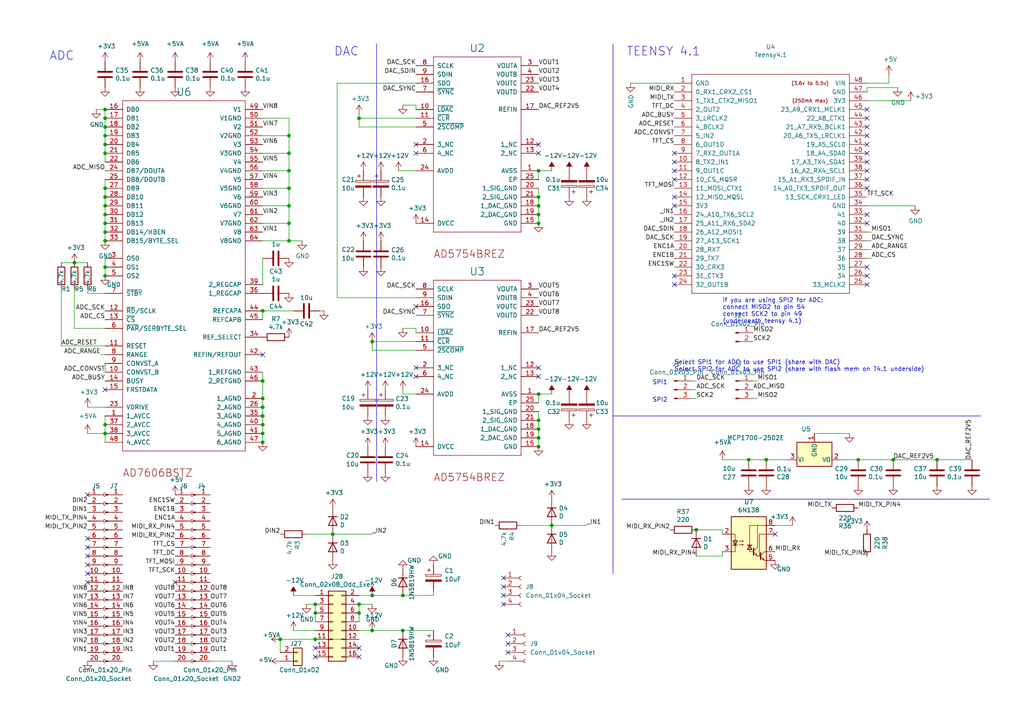
<source format=kicad_sch>
(kicad_sch (version 20230121) (generator eeschema)
  (paper "A4")
  (title_block (title "Teensy-eurorack lite") (rev "v0.1") (company "Moolet"))
  (junction (at 104.14 175.26))
  (junction (at 30.48 77.47))
  (junction (at 107.95 99.06))
  (junction (at 91.44 185.42))
  (junction (at 76.2 123.19))
  (junction (at 30.48 54.61))
  (junction (at 30.48 125.73))
  (junction (at 217.17 133.35))
  (junction (at 30.48 36.83))
  (junction (at 30.48 41.91))
  (junction (at 30.48 59.69))
  (junction (at 30.48 57.15))
  (junction (at 156.21 124.46))
  (junction (at 83.82 54.61))
  (junction (at 96.52 154.94))
  (junction (at 76.2 110.49))
  (junction (at 30.48 69.85))
  (junction (at 30.48 123.19))
  (junction (at 222.25 133.35))
  (junction (at 156.21 114.3))
  (junction (at 76.2 118.11))
  (junction (at 30.48 31.75))
  (junction (at 83.82 49.53))
  (junction (at 156.21 57.15))
  (junction (at 160.02 152.4))
  (junction (at 30.48 39.37))
  (junction (at 76.2 128.27))
  (junction (at 271.78 133.35))
  (junction (at 30.48 67.31))
  (junction (at 21.59 76.2))
  (junction (at 156.21 62.23))
  (junction (at -44.45 238.76))
  (junction (at 76.2 90.17))
  (junction (at 107.95 172.72))
  (junction (at 116.84 172.72))
  (junction (at 259.08 133.35))
  (junction (at 76.2 120.65))
  (junction (at 76.2 125.73))
  (junction (at 83.82 39.37))
  (junction (at 156.21 49.53))
  (junction (at 156.21 59.69))
  (junction (at 156.21 127))
  (junction (at 81.28 185.42))
  (junction (at 156.21 64.77))
  (junction (at 107.95 182.88))
  (junction (at 91.44 177.8))
  (junction (at 83.82 44.45))
  (junction (at 104.14 177.8))
  (junction (at 156.21 129.54))
  (junction (at 30.48 62.23))
  (junction (at 248.92 133.35))
  (junction (at 83.82 69.85))
  (junction (at 30.48 34.29))
  (junction (at 30.48 64.77))
  (junction (at 30.48 80.01))
  (junction (at 83.82 64.77))
  (junction (at 156.21 121.92))
  (junction (at 76.2 115.57))
  (junction (at 104.14 34.29))
  (junction (at 30.48 44.45))
  (junction (at 91.44 175.26))
  (junction (at 201.93 153.67))
  (junction (at 83.82 59.69))
  (junction (at 116.84 182.88))
  (no_connect (at 146.05 175.26))
  (no_connect (at 120.65 109.22))
  (no_connect (at 25.4 156.21))
  (no_connect (at 251.46 39.37))
  (no_connect (at 120.65 88.9))
  (no_connect (at 251.46 34.29))
  (no_connect (at 195.58 82.55))
  (no_connect (at -17.78 279.4))
  (no_connect (at 91.44 187.96))
  (no_connect (at 156.21 41.91))
  (no_connect (at 251.46 80.01))
  (no_connect (at 251.46 36.83))
  (no_connect (at 156.21 109.22))
  (no_connect (at 251.46 64.77))
  (no_connect (at 120.65 44.45))
  (no_connect (at 224.79 154.94))
  (no_connect (at 251.46 31.75))
  (no_connect (at 195.58 46.99))
  (no_connect (at 147.32 184.15))
  (no_connect (at 251.46 54.61))
  (no_connect (at -17.78 185.42))
  (no_connect (at 251.46 52.07))
  (no_connect (at 251.46 82.55))
  (no_connect (at 146.05 172.72))
  (no_connect (at 91.44 190.5))
  (no_connect (at 76.2 102.87))
  (no_connect (at -44.45 279.4))
  (no_connect (at 120.65 106.68))
  (no_connect (at 25.4 166.37))
  (no_connect (at 251.46 44.45))
  (no_connect (at 195.58 52.07))
  (no_connect (at 104.14 190.5))
  (no_connect (at 25.4 163.83))
  (no_connect (at -17.78 302.26))
  (no_connect (at -17.78 209.55))
  (no_connect (at 195.58 57.15))
  (no_connect (at 195.58 44.45))
  (no_connect (at 120.65 41.91))
  (no_connect (at -17.78 161.29))
  (no_connect (at 251.46 49.53))
  (no_connect (at 147.32 189.23))
  (no_connect (at 30.48 113.03))
  (no_connect (at -44.45 233.68))
  (no_connect (at 146.05 167.64))
  (no_connect (at 195.58 49.53))
  (no_connect (at 50.8 168.91))
  (no_connect (at 25.4 158.75))
  (no_connect (at -44.45 256.54))
  (no_connect (at 25.4 143.51))
  (no_connect (at 156.21 106.68))
  (no_connect (at 195.58 80.01))
  (no_connect (at -44.45 161.29))
  (no_connect (at 251.46 62.23))
  (no_connect (at 251.46 77.47))
  (no_connect (at 251.46 46.99))
  (no_connect (at 104.14 187.96))
  (no_connect (at -17.78 326.39))
  (no_connect (at -44.45 185.42))
  (no_connect (at -17.78 256.54))
  (no_connect (at -44.45 209.55))
  (no_connect (at 251.46 41.91))
  (no_connect (at 25.4 161.29))
  (no_connect (at -17.78 233.68))
  (no_connect (at 146.05 170.18))
  (no_connect (at 156.21 44.45))
  (no_connect (at -44.45 326.39))
  (no_connect (at 25.4 168.91))
  (no_connect (at -44.45 302.26))
  (no_connect (at 195.58 59.69))
  (no_connect (at 147.32 186.69))
  (wire (pts (xy 107.95 175.26) (xy 104.14 175.26)))
  (wire (pts (xy 104.14 34.29) (xy 104.14 36.83)))
  (wire (pts (xy 120.65 95.25) (xy 120.65 96.52)))
  (wire (pts (xy 76.2 34.29) (xy 83.82 34.29)))
  (wire (pts (xy 259.08 133.35) (xy 271.78 133.35)))
  (wire (pts (xy 30.48 31.75) (xy 30.48 34.29)))
  (wire (pts (xy 83.82 44.45) (xy 83.82 49.53)))
  (wire (pts (xy 107.95 101.6) (xy 107.95 99.06)))
  (wire (pts (xy 81.28 185.42) (xy 81.28 189.23)))
  (wire (pts (xy 251.46 69.85) (xy 252.73 69.85)))
  (wire (pts (xy 76.2 118.11) (xy 76.2 120.65)))
  (wire (pts (xy 120.65 34.29) (xy 104.14 34.29)))
  (wire (pts (xy 76.2 49.53) (xy 83.82 49.53)))
  (wire (pts (xy 60.96 191.77) (xy 67.31 191.77)))
  (wire (pts (xy 85.09 182.88) (xy 91.44 182.88)))
  (wire (pts (xy 147.32 191.77) (xy 144.78 191.77)))
  (wire (pts (xy 156.21 62.23) (xy 156.21 64.77)))
  (wire (pts (xy 30.48 44.45) (xy 30.48 46.99)))
  (wire (pts (xy 30.48 67.31) (xy 30.48 69.85)))
  (wire (pts (xy 76.2 90.17) (xy 85.09 90.17)))
  (wire (pts (xy 107.95 182.88) (xy 116.84 182.88)))
  (wire (pts (xy 116.84 30.48) (xy 120.65 30.48)))
  (wire (pts (xy 201.93 161.29) (xy 209.55 161.29)))
  (polyline (pts (xy 201.93 242.57) (xy 203.2 242.57)))
  (wire (pts (xy 97.79 86.36) (xy 120.65 86.36)))
  (wire (pts (xy 92.71 90.17) (xy 93.98 90.17)))
  (wire (pts (xy 209.55 154.94) (xy 209.55 153.67)))
  (wire (pts (xy 83.82 54.61) (xy 83.82 59.69)))
  (wire (pts (xy 76.2 123.19) (xy 76.2 125.73)))
  (wire (pts (xy 25.4 118.11) (xy 30.48 118.11)))
  (wire (pts (xy 257.81 24.13) (xy 257.81 21.59)))
  (wire (pts (xy 116.84 113.03) (xy 116.84 114.3)))
  (polyline (pts (xy 109.22 139.7) (xy 109.22 12.7)))
  (wire (pts (xy 81.28 185.42) (xy 91.44 185.42)))
  (wire (pts (xy 156.21 57.15) (xy 156.21 59.69)))
  (wire (pts (xy 182.88 24.13) (xy 195.58 24.13)))
  (wire (pts (xy 76.2 39.37) (xy 83.82 39.37)))
  (wire (pts (xy 76.2 54.61) (xy 83.82 54.61)))
  (wire (pts (xy 115.57 49.53) (xy 120.65 49.53)))
  (wire (pts (xy 200.66 115.57) (xy 201.93 115.57)))
  (wire (pts (xy 21.59 95.25) (xy 30.48 95.25)))
  (wire (pts (xy 156.21 119.38) (xy 156.21 121.92)))
  (wire (pts (xy 83.82 69.85) (xy 87.63 69.85)))
  (wire (pts (xy 156.21 121.92) (xy 156.21 124.46)))
  (wire (pts (xy 120.65 30.48) (xy 120.65 31.75)))
  (wire (pts (xy 156.21 54.61) (xy 156.21 57.15)))
  (wire (pts (xy 251.46 74.93) (xy 252.73 74.93)))
  (wire (pts (xy 25.4 85.09) (xy 30.48 85.09)))
  (wire (pts (xy 17.78 76.2) (xy 21.59 76.2)))
  (wire (pts (xy 156.21 127) (xy 156.21 129.54)))
  (wire (pts (xy 76.2 107.95) (xy 76.2 110.49)))
  (wire (pts (xy 76.2 120.65) (xy 76.2 123.19)))
  (wire (pts (xy 200.66 113.03) (xy 201.93 113.03)))
  (wire (pts (xy 251.46 29.21) (xy 264.16 29.21)))
  (wire (pts (xy 25.4 125.73) (xy 30.48 125.73)))
  (wire (pts (xy 30.48 105.41) (xy 30.48 107.95)))
  (wire (pts (xy 91.44 180.34) (xy 91.44 177.8)))
  (wire (pts (xy 83.82 59.69) (xy 83.82 64.77)))
  (wire (pts (xy 30.48 120.65) (xy 30.48 123.19)))
  (wire (pts (xy 91.44 177.8) (xy 91.44 175.26)))
  (wire (pts (xy 251.46 25.4) (xy 260.35 25.4)))
  (wire (pts (xy 218.44 115.57) (xy 219.71 115.57)))
  (polyline (pts (xy 177.8 12.7) (xy 177.8 166.37)))
  (wire (pts (xy 209.55 133.35) (xy 217.17 133.35)))
  (wire (pts (xy 222.25 133.35) (xy 217.17 133.35)))
  (wire (pts (xy 228.6 133.35) (xy 222.25 133.35)))
  (wire (pts (xy 116.84 114.3) (xy 120.65 114.3)))
  (wire (pts (xy 30.48 41.91) (xy 30.48 44.45)))
  (wire (pts (xy 25.4 76.2) (xy 21.59 76.2)))
  (wire (pts (xy 251.46 24.13) (xy 257.81 24.13)))
  (wire (pts (xy 29.21 102.87) (xy 30.48 102.87)))
  (wire (pts (xy 156.21 124.46) (xy 156.21 127)))
  (wire (pts (xy 151.13 152.4) (xy 160.02 152.4)))
  (wire (pts (xy 44.45 191.77) (xy 50.8 191.77)))
  (polyline (pts (xy 505.46 -8.89) (xy 505.46 143.51)))
  (wire (pts (xy 76.2 92.71) (xy 76.2 90.17)))
  (wire (pts (xy 76.2 110.49) (xy 76.2 115.57)))
  (wire (pts (xy 30.48 36.83) (xy 30.48 39.37)))
  (wire (pts (xy 156.21 52.07) (xy 156.21 49.53)))
  (wire (pts (xy 125.73 171.45) (xy 125.73 172.72)))
  (polyline (pts (xy 505.46 67.31) (xy 605.79 67.31)))
  (wire (pts (xy 104.14 36.83) (xy 120.65 36.83)))
  (wire (pts (xy 209.55 153.67) (xy 201.93 153.67)))
  (wire (pts (xy 83.82 64.77) (xy 83.82 69.85)))
  (wire (pts (xy 25.4 85.09) (xy 25.4 83.82)))
  (wire (pts (xy 259.08 133.35) (xy 248.92 133.35)))
  (wire (pts (xy 30.48 57.15) (xy 30.48 59.69)))
  (polyline (pts (xy 180.34 144.78) (xy 287.02 144.78)))
  (wire (pts (xy 116.84 95.25) (xy 120.65 95.25)))
  (wire (pts (xy 236.22 125.73) (xy 246.38 125.73)))
  (wire (pts (xy 83.82 39.37) (xy 83.82 44.45)))
  (wire (pts (xy 281.94 133.35) (xy 271.78 133.35)))
  (wire (pts (xy 156.21 114.3) (xy 160.02 114.3)))
  (wire (pts (xy 76.2 125.73) (xy 76.2 128.27)))
  (wire (pts (xy 107.95 99.06) (xy 120.65 99.06)))
  (wire (pts (xy 30.48 54.61) (xy 30.48 57.15)))
  (wire (pts (xy 156.21 116.84) (xy 156.21 114.3)))
  (wire (pts (xy 17.78 100.33) (xy 30.48 100.33)))
  (wire (pts (xy 27.94 31.75) (xy 30.48 31.75)))
  (wire (pts (xy 200.66 110.49) (xy 201.93 110.49)))
  (wire (pts (xy 91.44 185.42) (xy 104.14 185.42)))
  (wire (pts (xy 251.46 59.69) (xy 265.43 59.69)))
  (wire (pts (xy 88.9 154.94) (xy 96.52 154.94)))
  (wire (pts (xy 120.65 101.6) (xy 107.95 101.6)))
  (wire (pts (xy 30.48 52.07) (xy 30.48 54.61)))
  (wire (pts (xy 97.79 24.13) (xy 97.79 86.36)))
  (wire (pts (xy 160.02 152.4) (xy 170.18 152.4)))
  (wire (pts (xy 248.92 133.35) (xy 243.84 133.35)))
  (wire (pts (xy 83.82 69.85) (xy 76.2 69.85)))
  (wire (pts (xy 21.59 83.82) (xy 21.59 95.25)))
  (wire (pts (xy 30.48 59.69) (xy 30.48 62.23)))
  (wire (pts (xy 76.2 115.57) (xy 76.2 118.11)))
  (wire (pts (xy 76.2 59.69) (xy 83.82 59.69)))
  (wire (pts (xy 30.48 62.23) (xy 30.48 64.77)))
  (wire (pts (xy 76.2 44.45) (xy 83.82 44.45)))
  (wire (pts (xy 30.48 39.37) (xy 30.48 41.91)))
  (wire (pts (xy 218.44 110.49) (xy 219.71 110.49)))
  (polyline (pts (xy 177.8 120.65) (xy 284.48 120.65)))
  (wire (pts (xy 17.78 83.82) (xy 17.78 100.33)))
  (wire (pts (xy 85.09 172.72) (xy 91.44 172.72)))
  (wire (pts (xy 76.2 64.77) (xy 83.82 64.77)))
  (wire (pts (xy 104.14 33.02) (xy 104.14 34.29)))
  (wire (pts (xy 104.14 182.88) (xy 107.95 182.88)))
  (wire (pts (xy 224.79 152.4) (xy 229.87 152.4)))
  (wire (pts (xy 83.82 49.53) (xy 83.82 54.61)))
  (wire (pts (xy 104.14 172.72) (xy 107.95 172.72)))
  (wire (pts (xy 116.84 182.88) (xy 125.73 182.88)))
  (wire (pts (xy 251.46 72.39) (xy 252.73 72.39)))
  (wire (pts (xy 30.48 64.77) (xy 30.48 67.31)))
  (wire (pts (xy 120.65 24.13) (xy 97.79 24.13)))
  (wire (pts (xy 96.52 154.94) (xy 107.95 154.94)))
  (wire (pts (xy 30.48 34.29) (xy 30.48 36.83)))
  (wire (pts (xy 76.2 82.55) (xy 76.2 74.93)))
  (wire (pts (xy 156.21 49.53) (xy 160.02 49.53)))
  (wire (pts (xy 104.14 180.34) (xy 104.14 177.8)))
  (wire (pts (xy 30.48 74.93) (xy 30.48 77.47)))
  (wire (pts (xy 88.9 175.26) (xy 91.44 175.26)))
  (wire (pts (xy 30.48 123.19) (xy 30.48 125.73)))
  (wire (pts (xy 209.55 161.29) (xy 209.55 160.02)))
  (wire (pts (xy 30.48 77.47) (xy 30.48 80.01)))
  (wire (pts (xy 251.46 26.67) (xy 251.46 25.4)))
  (wire (pts (xy 156.21 59.69) (xy 156.21 62.23)))
  (wire (pts (xy 251.46 67.31) (xy 252.73 67.31)))
  (wire (pts (xy 107.95 172.72) (xy 116.84 172.72)))
  (polyline (pts (xy 472.44 408.94) (xy 473.71 408.94)))
  (wire (pts (xy 104.14 177.8) (xy 104.14 175.26)))
  (wire (pts (xy 116.84 172.72) (xy 125.73 172.72)))
  (wire (pts (xy 30.48 125.73) (xy 30.48 128.27)))
  (wire (pts (xy 83.82 34.29) (xy 83.82 39.37)))
  (text "ADC" (at 21.59 17.78 0) (effects (font (size 2.4892 2.4892)) (justify right bottom)))
  (text "DAC" (at 104.14 16.51 0) (effects (font (size 2.4892 2.4892)) (justify right bottom)))
  (text "SPI2" (at 189.23 116.84 0) (effects (font (size 1.2446 1.2446)) (justify left bottom)))
  (text "SPI1" (at 189.23 111.76 0) (effects (font (size 1.2446 1.2446)) (justify left bottom)))
  (text "if you are using SPI2 for ADC:\nconnect MISO2 to pin 54 \nconnect SCK2 to pin 49\n(underneath teensy 4.1)" (at 209.55 93.98 0) (effects (font (size 1.2446 1.2446)) (justify left bottom)))
  (text "Select SPI1 for ADC to use SPI1 (share with DAC)\nSelect SPI2 for ADC to use SPI2 (share with flash mem on T4.1 underside)" (at 195.58 107.95 0) (effects (font (size 1.2446 1.2446)) (justify left bottom)))
  (text "TEENSY 4.1" (at 203.2 16.51 0) (effects (font (size 2.4892 2.4892)) (justify right bottom)))
  (label "VOUT1" (at 50.8 189.23 180) (effects (font (size 1.2446 1.2446))))
  (label "ENC1B" (at 195.58 74.93 180) (effects (font (size 1.2446 1.2446))))
  (label "IN4" (at -44.45 236.22 0) (effects (font (size 1.2446 1.2446))))
  (label "SCK2" (at 218.44 99.06 0) (effects (font (size 1.2446 1.2446))))
  (label "OUT6" (at 60.96 176.53 0) (effects (font (size 1.2446 1.2446))))
  (label "ADC_CS" (at 252.73 74.93 0) (effects (font (size 1.2446 1.2446))))
  (label "IN7" (at -44.45 304.8 0) (effects (font (size 1.2446 1.2446))))
  (label "ADC_RANGE" (at 252.73 72.39 0) (effects (font (size 1.2446 1.2446))))
  (label "DIN1" (at 143.51 152.4 180) (effects (font (size 1.2446 1.2446))))
  (label "VIN4" (at 76.2 52.07 0))
  (label "IN5" (at -44.45 259.08 0) (effects (font (size 1.2446 1.2446))))
  (label "ADC_MISO" (at 218.44 113.03 0) (effects (font (size 1.2446 1.2446))))
  (label "IN7" (at 35.56 173.99 0) (effects (font (size 1.2446 1.2446))))
  (label "ADC_RESET" (at 17.78 100.33 0) (effects (font (size 1.2446 1.2446))))
  (label "OUT3" (at -17.78 212.09 0) (effects (font (size 1.2446 1.2446))))
  (label "DAC_SCK" (at 120.65 83.82 180))
  (label "ADC_CS" (at 30.48 92.71 180))
  (label "OUT7" (at 60.96 173.99 0) (effects (font (size 1.2446 1.2446))))
  (label "TFT_SCK" (at 50.8 166.37 180) (effects (font (size 1.2446 1.2446))))
  (label "MIDI_TX" (at 195.58 29.21 180) (effects (font (size 1.2446 1.2446))))
  (label "VIN7" (at 76.2 36.83 0))
  (label "VIN3" (at 76.2 57.15 0))
  (label "DIN1" (at 25.4 148.59 180) (effects (font (size 1.2446 1.2446))))
  (label "TFT_SCK" (at 251.46 57.15 0) (effects (font (size 1.2446 1.2446))))
  (label "ADC_CONVST" (at 30.48 107.95 180))
  (label "VOUT6" (at 50.8 176.53 180) (effects (font (size 1.2446 1.2446))))
  (label "MISO2" (at 219.71 115.57 0) (effects (font (size 1.2446 1.2446))))
  (label "VOUT3" (at 156.21 24.13 0))
  (label "ADC_MISO" (at 30.48 49.53 180))
  (label "ENC1SW" (at 195.58 77.47 180) (effects (font (size 1.2446 1.2446))))
  (label "VOUT1" (at 156.21 19.05 0))
  (label "DAC_SCK" (at 195.58 69.85 180) (effects (font (size 1.2446 1.2446))))
  (label "ENC1A" (at 50.8 151.13 180) (effects (font (size 1.2446 1.2446))))
  (label "IN2" (at -44.45 187.96 0) (effects (font (size 1.2446 1.2446))))
  (label "DAC_SYNC" (at 252.73 69.85 0) (effects (font (size 1.2446 1.2446))))
  (label "_IN1" (at 170.18 152.4 0) (effects (font (size 1.2446 1.2446))))
  (label "VIN7" (at 25.4 173.99 180) (effects (font (size 1.2446 1.2446))))
  (label "VIN3" (at 25.4 184.15 180) (effects (font (size 1.2446 1.2446))))
  (label "MISO1" (at 252.73 67.31 0) (effects (font (size 1.2446 1.2446))))
  (label "MIDI_TX_PIN2" (at 25.4 153.67 180) (effects (font (size 1.2446 1.2446))))
  (label "VOUT7" (at 50.8 173.99 180) (effects (font (size 1.2446 1.2446))))
  (label "ENC1B" (at 50.8 148.59 180) (effects (font (size 1.2446 1.2446))))
  (label "DAC_SYNC" (at 120.65 26.67 180))
  (label "ADC_RANGE" (at 29.21 102.87 180) (effects (font (size 1.2446 1.2446))))
  (label "DAC_SYNC" (at 120.65 91.44 180))
  (label "OUT8" (at -17.78 328.93 0) (effects (font (size 1.2446 1.2446))))
  (label "VIN1" (at 25.4 189.23 180) (effects (font (size 1.2446 1.2446))))
  (label "MIDI_RX" (at 224.79 160.02 0) (effects (font (size 1.2446 1.2446))))
  (label "ADC_BUSY" (at 30.48 110.49 180))
  (label "VOUT4" (at 50.8 181.61 180) (effects (font (size 1.2446 1.2446))))
  (label "IN8" (at 35.56 171.45 0) (effects (font (size 1.2446 1.2446))))
  (label "OUT3" (at 60.96 184.15 0) (effects (font (size 1.2446 1.2446))))
  (label "IN6" (at -44.45 281.94 0) (effects (font (size 1.2446 1.2446))))
  (label "MIDI_TX_PIN4" (at 25.4 151.13 180) (effects (font (size 1.2446 1.2446))))
  (label "IN1" (at -44.45 163.83 0) (effects (font (size 1.2446 1.2446))))
  (label "VOUT4" (at 156.21 26.67 0))
  (label "DIN2" (at 81.28 154.94 180) (effects (font (size 1.2446 1.2446))))
  (label "MIDI_RX" (at 195.58 26.67 180) (effects (font (size 1.2446 1.2446))))
  (label "SCK2" (at 201.93 115.57 0) (effects (font (size 1.2446 1.2446))))
  (label "IN2" (at 35.56 186.69 0) (effects (font (size 1.2446 1.2446))))
  (label "OUT2" (at 60.96 186.69 0) (effects (font (size 1.2446 1.2446))))
  (label "IN5" (at 35.56 179.07 0) (effects (font (size 1.2446 1.2446))))
  (label "_IN1" (at 195.58 62.23 180) (effects (font (size 1.2446 1.2446))))
  (label "OUT1" (at 60.96 189.23 0) (effects (font (size 1.2446 1.2446))))
  (label "OUT5" (at -17.78 259.08 0) (effects (font (size 1.2446 1.2446))))
  (label "VIN5" (at 76.2 46.99 0))
  (label "VOUT5" (at 50.8 179.07 180) (effects (font (size 1.2446 1.2446))))
  (label "MIDI_TX_PIN2" (at 251.46 161.29 180) (effects (font (size 1.2446 1.2446))))
  (label "TFT_MOSI" (at 50.8 163.83 180) (effects (font (size 1.2446 1.2446))))
  (label "TFT_DC" (at 50.8 161.29 180) (effects (font (size 1.2446 1.2446))))
  (label "VOUT7" (at 156.21 88.9 0))
  (label "OUT7" (at -17.78 304.8 0) (effects (font (size 1.2446 1.2446))))
  (label "DAC_SCK" (at 120.65 19.05 180))
  (label "OUT6" (at -17.78 281.94 0) (effects (font (size 1.2446 1.2446))))
  (label "VIN2" (at 76.2 62.23 0))
  (label "_IN2" (at 107.95 154.94 0) (effects (font (size 1.2446 1.2446))))
  (label "DAC_REF2V5" (at 156.21 31.75 0))
  (label "OUT8" (at 60.96 171.45 0) (effects (font (size 1.2446 1.2446))))
  (label "VIN8" (at 76.2 31.75 0))
  (label "MIDI_TX_PIN4" (at 248.92 147.32 0) (effects (font (size 1.2446 1.2446))))
  (label "MISO2" (at 218.44 96.52 0) (effects (font (size 1.2446 1.2446))))
  (label "MIDI_RX_PIN4" (at 50.8 153.67 180) (effects (font (size 1.2446 1.2446))))
  (label "VIN6" (at 25.4 176.53 180) (effects (font (size 1.2446 1.2446))))
  (label "ADC_CONVST" (at 195.58 39.37 180) (effects (font (size 1.2446 1.2446))))
  (label "VOUT2" (at 156.21 21.59 0))
  (label "ENC1A" (at 195.58 72.39 180) (effects (font (size 1.2446 1.2446))))
  (label "IN3" (at 35.56 184.15 0) (effects (font (size 1.2446 1.2446))))
  (label "DAC_SCK" (at 201.93 110.49 0) (effects (font (size 1.2446 1.2446))))
  (label "VOUT2" (at 50.8 186.69 180) (effects (font (size 1.2446 1.2446))))
  (label "MIDI_RX_PIN2" (at 194.31 153.67 180) (effects (font (size 1.2446 1.2446))))
  (label "DAC_SDIN" (at 120.65 21.59 180))
  (label "VOUT8" (at 50.8 171.45 180) (effects (font (size 1.2446 1.2446))))
  (label "TFT_MOSI" (at 195.58 54.61 180) (effects (font (size 1.2446 1.2446))))
  (label "DAC_REF2V5" (at 281.94 133.35 90))
  (label "IN1" (at 35.56 189.23 0) (effects (font (size 1.2446 1.2446))))
  (label "ADC_SCK" (at 30.48 90.17 180))
  (label "ADC_RESET" (at 195.58 36.83 180) (effects (font (size 1.2446 1.2446))))
  (label "MISO1" (at 219.71 110.49 0) (effects (font (size 1.2446 1.2446))))
  (label "DAC_REF2V5" (at 259.08 133.35 0))
  (label "IN3" (at -44.45 212.09 0) (effects (font (size 1.2446 1.2446))))
  (label "TFT_CS" (at 195.58 41.91 180) (effects (font (size 1.2446 1.2446))))
  (label "MIDI_RX_PIN2" (at 50.8 156.21 180) (effects (font (size 1.2446 1.2446))))
  (label "OUT1" (at -17.78 163.83 0) (effects (font (size 1.2446 1.2446))))
  (label "_IN2" (at 195.58 64.77 180) (effects (font (size 1.2446 1.2446))))
  (label "DAC_REF2V5" (at 156.21 96.52 0))
  (label "IN6" (at 35.56 176.53 0) (effects (font (size 1.2446 1.2446))))
  (label "OUT5" (at 60.96 179.07 0) (effects (font (size 1.2446 1.2446))))
  (label "VIN1" (at 76.2 67.31 0))
  (label "TFT_DC" (at 195.58 31.75 180) (effects (font (size 1.2446 1.2446))))
  (label "VOUT6" (at 156.21 86.36 0))
  (label "OUT4" (at -17.78 236.22 0) (effects (font (size 1.2446 1.2446))))
  (label "VIN4" (at 25.4 181.61 180) (effects (font (size 1.2446 1.2446))))
  (label "OUT2" (at -17.78 187.96 0) (effects (font (size 1.2446 1.2446))))
  (label "ADC_BUSY" (at 195.58 34.29 180) (effects (font (size 1.2446 1.2446))))
  (label "DIN2" (at 25.4 146.05 180) (effects (font (size 1.2446 1.2446))))
  (label "ENC1SW" (at 50.8 146.05 180) (effects (font (size 1.2446 1.2446))))
  (label "VIN2" (at 25.4 186.69 180) (effects (font (size 1.2446 1.2446))))
  (label "ADC_SCK" (at 201.93 113.03 0) (effects (font (size 1.2446 1.2446))))
  (label "VOUT8" (at 156.21 91.44 0))
  (label "MIDI_RX_PIN4" (at 201.93 161.29 180) (effects (font (size 1.2446 1.2446))))
  (label "MIDI_TX" (at 241.3 147.32 180) (effects (font (size 1.2446 1.2446))))
  (label "OUT4" (at 60.96 181.61 0) (effects (font (size 1.2446 1.2446))))
  (label "VIN5" (at 25.4 179.07 180) (effects (font (size 1.2446 1.2446))))
  (label "DAC_SDIN" (at 195.58 67.31 180) (effects (font (size 1.2446 1.2446))))
  (label "VOUT5" (at 156.21 83.82 0))
  (label "VIN8" (at 25.4 171.45 180) (effects (font (size 1.2446 1.2446))))
  (label "IN8" (at -44.45 328.93 0) (effects (font (size 1.2446 1.2446))))
  (label "TFT_CS" (at 50.8 158.75 180) (effects (font (size 1.2446 1.2446))))
  (label "IN4" (at 35.56 181.61 0) (effects (font (size 1.2446 1.2446))))
  (label "VIN6" (at 76.2 41.91 0))
  (label "VOUT3" (at 50.8 184.15 180) (effects (font (size 1.2446 1.2446))))
  (symbol (lib_id "teensy-eurorack:Teensy4.1_tht") (at 223.52 78.74 0) (unit 1)
    (property "Reference" "U4" (at 223.52 13.589 0))
    (property "Value" "Teensy4.1" (at 223.52 15.9004 0))
    (property "Footprint" "footprints:Teensy41_tht" (effects hide))
  )
  (symbol (lib_id "power:GND") (at 182.88 24.13 0) (unit 1)
    (property "Reference" "#PWR044" (effects hide))
    (property "Value" "GND" (at 183.007 27.3812 90) (effects (justify right)))
  )
  (symbol (lib_id "power:GND") (at 265.43 59.69 0) (unit 1)
    (property "Reference" "#PWR069" (effects hide))
    (property "Value" "GND" (at 265.557 64.0842 0))
  )
  (symbol (lib_id "power:+5V") (at 257.81 21.59 0) (unit 1)
    (property "Reference" "#PWR063" (effects hide))
    (property "Value" "+5V" (at 258.191 17.1958 0))
  )
  (symbol (lib_id "teensy-eurorack:AD7606BSTZ") (at 35.56 24.13 0) (unit 1)
    (property "Reference" "U6" (at 53.34 26.67 0) (effects (font (size 2.159 2.159))))
    (property "Value" "AD7606BSTZ" (effects hide))
    (property "Footprint" "Package_QFP:LQFP-64_10x10mm_P0.5mm" (effects hide))
  )
  (symbol (lib_id "teensy-eurorack:AD5754BREZ") (at 125.73 76.2 0) (unit 1)
    (property "Reference" "U3" (at 138.43 78.74 0) (effects (font (size 2.159 2.159))))
    (property "Value" "AD5754BREZ" (effects hide))
    (property "Footprint" "Package_SO:HTSSOP-24-1EP_4.4x7.8mm_P0.65mm_EP3.2x5mm" (effects hide))
  )
  (symbol (lib_id "power:GND") (at 27.94 31.75 0) (unit 1)
    (property "Reference" "#PWR082" (effects hide))
    (property "Value" "GND" (at 28.067 36.1442 0))
  )
  (symbol (lib_id "power:GND") (at 30.48 69.85 0) (unit 1)
    (property "Reference" "#PWR084" (effects hide))
    (property "Value" "GND" (at 30.607 74.2442 0))
  )
  (symbol (lib_id "power:GND") (at 30.48 80.01 0) (unit 1)
    (property "Reference" "#PWR085" (effects hide))
    (property "Value" "GND" (at 33.02 82.55 0))
  )
  (symbol (lib_id "Device:R") (at 21.59 80.01 0) (unit 1)
    (property "Reference" "R5" (at 21.59 83.82 0) (effects (justify left)))
    (property "Value" "4.7k" (at 21.59 82.55 90) (effects (justify left)))
    (property "Footprint" "Resistor_SMD:R_0805_2012Metric" (effects hide))
  )
  (symbol (lib_id "power:+3V3") (at 21.59 76.2 0) (unit 1)
    (property "Reference" "#PWR073" (effects hide))
    (property "Value" "+3V3" (at 21.971 71.8058 0))
  )
  (symbol (lib_id "Device:R") (at 25.4 80.01 0) (unit 1)
    (property "Reference" "R6" (at 25.4 83.82 0) (effects (justify left)))
    (property "Value" "4.7k" (at 25.4 82.55 90) (effects (justify left)))
    (property "Footprint" "Resistor_SMD:R_0805_2012Metric" (effects hide))
  )
  (symbol (lib_id "power:+3V3") (at 30.48 17.78 0) (unit 1)
    (property "Reference" "#PWR080" (effects hide))
    (property "Value" "+3V3" (at 30.861 13.3858 0))
  )
  (symbol (lib_id "Device:C") (at 71.12 21.59 0) (unit 1)
    (property "Reference" "C41" (at 74.041 20.4216 0) (effects (justify left)))
    (property "Value" "0.1u" (at 74.041 22.733 0) (effects (justify left)))
    (property "Footprint" "Capacitor_SMD:C_0805_2012Metric" (effects hide))
  )
  (symbol (lib_id "Connector_Generic:Conn_02x08_Odd_Even") (at 96.52 180.34 0) (unit 1)
    (property "Reference" "J28" (at 97.79 167.2082 0))
    (property "Value" "Conn_02x08_Odd_Even" (at 97.79 169.5196 0))
    (property "Footprint" "Custom_Footprints:Eurorack_16_pin_header" (effects hide))
  )
  (symbol (lib_id "power:GND") (at 71.12 25.4 0) (unit 1)
    (property "Reference" "#PWR099" (effects hide))
    (property "Value" "GND" (effects hide))
  )
  (symbol (lib_id "Device:C") (at 30.48 21.59 0) (unit 1)
    (property "Reference" "C35" (at 33.401 20.4216 0) (effects (justify left)))
    (property "Value" "0.1u" (at 33.401 22.733 0) (effects (justify left)))
    (property "Footprint" "Capacitor_SMD:C_0805_2012Metric" (effects hide))
  )
  (symbol (lib_id "power:GND") (at 30.48 25.4 0) (unit 1)
    (property "Reference" "#PWR081" (effects hide))
    (property "Value" "GND" (effects hide))
  )
  (symbol (lib_id "power:-12V") (at 107.95 172.72 0) (unit 1)
    (property "Reference" "#PWR0101" (effects hide))
    (property "Value" "-12V" (at 108.331 168.3258 0))
  )
  (symbol (lib_id "power:-12V") (at 85.09 172.72 0) (unit 1)
    (property "Reference" "#PWR0122" (effects hide))
    (property "Value" "-12V" (at 85.471 168.3258 0))
  )
  (symbol (lib_id "Device:C") (at 60.96 21.59 0) (unit 1)
    (property "Reference" "C40" (at 63.881 20.4216 0) (effects (justify left)))
    (property "Value" "0.1u" (at 63.881 22.733 0) (effects (justify left)))
    (property "Footprint" "Capacitor_SMD:C_0805_2012Metric" (effects hide))
  )
  (symbol (lib_id "Device:C") (at 50.8 21.59 0) (unit 1)
    (property "Reference" "C38" (at 53.721 20.4216 0) (effects (justify left)))
    (property "Value" "0.1u" (at 53.721 22.733 0) (effects (justify left)))
    (property "Footprint" "Capacitor_SMD:C_0805_2012Metric" (effects hide))
  )
  (symbol (lib_id "Device:C") (at 40.64 21.59 0) (unit 1)
    (property "Reference" "C36" (at 43.561 20.4216 0) (effects (justify left)))
    (property "Value" "0.1u" (at 43.561 22.733 0) (effects (justify left)))
    (property "Footprint" "Capacitor_SMD:C_0805_2012Metric" (effects hide))
  )
  (symbol (lib_id "power:GND") (at 60.96 25.4 0) (unit 1)
    (property "Reference" "#PWR095" (effects hide))
    (property "Value" "GND" (effects hide))
  )
  (symbol (lib_id "power:GND") (at 50.8 25.4 0) (unit 1)
    (property "Reference" "#PWR091" (effects hide))
    (property "Value" "GND" (effects hide))
  )
  (symbol (lib_id "power:GND") (at 40.64 25.4 0) (unit 1)
    (property "Reference" "#PWR087" (effects hide))
    (property "Value" "GND" (effects hide))
  )
  (symbol (lib_id "power:+12V") (at 85.09 182.88 0) (unit 1)
    (property "Reference" "#PWR0123" (effects hide))
    (property "Value" "+12V" (at 85.471 178.4858 0))
  )
  (symbol (lib_id "power:+12V") (at 107.95 182.88 0) (unit 1)
    (property "Reference" "#PWR0124" (effects hide))
    (property "Value" "+12V" (at 108.331 178.4858 0))
  )
  (symbol (lib_id "power:GND") (at 76.2 128.27 0) (unit 1)
    (property "Reference" "#PWR0100" (effects hide))
    (property "Value" "GND" (effects hide))
  )
  (symbol (lib_id "Device:R") (at 80.01 97.79 270) (unit 1)
    (property "Reference" "R7" (at 80.01 92.5322 90))
    (property "Value" "4.7k" (at 80.01 94.8436 90))
    (property "Footprint" "Resistor_SMD:R_0805_2012Metric" (effects hide))
  )
  (symbol (lib_id "power:+3V3") (at 83.82 97.79 0) (unit 1)
    (property "Reference" "#PWR0105" (effects hide))
    (property "Value" "+3V3" (at 84.201 93.3958 0))
  )
  (symbol (lib_id "Device:C") (at 88.9 90.17 270) (unit 1)
    (property "Reference" "C42" (at 88.9 93.98 90))
    (property "Value" "10u" (at 88.9 86.36 90))
    (property "Footprint" "Capacitor_Tantalum_SMD:CP_EIA-3216-10_Kemet-I" (effects hide))
  )
  (symbol (lib_id "power:GND") (at 93.98 90.17 0) (unit 1)
    (property "Reference" "#PWR0106" (effects hide))
    (property "Value" "GND" (effects hide))
  )
  (symbol (lib_id "Device:C") (at 80.01 85.09 270) (unit 1)
    (property "Reference" "C44" (at 80.01 88.9 90))
    (property "Value" "1u" (at 80.01 81.0006 90))
    (property "Footprint" "Capacitor_SMD:C_0805_2012Metric" (effects hide))
  )
  (symbol (lib_id "Device:C") (at 80.01 74.93 270) (unit 1)
    (property "Reference" "C43" (at 80.01 78.74 90))
    (property "Value" "1u" (at 80.01 70.8406 90))
    (property "Footprint" "Capacitor_SMD:C_0805_2012Metric" (effects hide))
  )
  (symbol (lib_id "Connector_Generic:Conn_01x02") (at 86.36 191.77 0) (mirror x) (unit 1)
    (property "Reference" "J27" (at 87.63 186.69 0) (effects (justify right)))
    (property "Value" "Conn_01x02" (at 92.71 194.31 0) (effects (justify right)))
    (property "Footprint" "Connector_PinHeader_2.54mm:PinHeader_1x02_P2.54mm_Vertical" (effects hide))
  )
  (symbol (lib_id "power:GND") (at 83.82 85.09 0) (unit 1)
    (property "Reference" "#PWR0104" (effects hide))
    (property "Value" "GND" (effects hide))
  )
  (symbol (lib_id "power:GND") (at 83.82 74.93 0) (unit 1)
    (property "Reference" "#PWR0107" (effects hide))
    (property "Value" "GND" (effects hide))
  )
  (symbol (lib_id "power:+5V") (at 81.28 191.77 90) (unit 1)
    (property "Reference" "#PWR0125" (effects hide))
    (property "Value" "+5V" (at 76.8858 191.389 90))
  )
  (symbol (lib_id "Device:C") (at 281.94 137.16 0) (mirror y) (unit 1)
    (property "Reference" "C39" (at 279.019 135.9916 0) (effects (justify left)))
    (property "Value" "0.1u" (at 279.019 138.303 0) (effects (justify left)))
    (property "Footprint" "Capacitor_SMD:C_0805_2012Metric" (effects hide))
  )
  (symbol (lib_id "power:GND") (at 281.94 140.97 0) (mirror y) (unit 1)
    (property "Reference" "#PWR097" (effects hide))
    (property "Value" "GND" (effects hide))
  )
  (symbol (lib_id "Device:C") (at 271.78 137.16 0) (mirror y) (unit 1)
    (property "Reference" "C37" (at 268.859 135.9916 0) (effects (justify left)))
    (property "Value" "10u" (at 268.859 138.303 0) (effects (justify left)))
    (property "Footprint" "Capacitor_Tantalum_SMD:CP_EIA-3216-10_Kemet-I" (effects hide))
  )
  (symbol (lib_id "power:GND") (at 271.78 140.97 0) (mirror y) (unit 1)
    (property "Reference" "#PWR096" (effects hide))
    (property "Value" "GND" (effects hide))
  )
  (symbol (lib_id "teensy-eurorack:AD5754BREZ") (at 125.73 11.43 0) (unit 1)
    (property "Reference" "U2" (at 138.43 13.97 0) (effects (font (size 2.159 2.159))))
    (property "Value" "AD5754BREZ" (effects hide))
    (property "Footprint" "Package_SO:HTSSOP-24-1EP_4.4x7.8mm_P0.65mm_EP3.2x5mm" (effects hide))
  )
  (symbol (lib_id "power:+3V3") (at 107.95 99.06 0) (unit 1)
    (property "Reference" "#PWR045" (effects hide))
    (property "Value" "+3V3" (at 108.331 94.6658 0))
  )
  (symbol (lib_id "power:+3V3") (at 104.14 33.02 0) (unit 1)
    (property "Reference" "#PWR043" (effects hide))
    (property "Value" "+3V3" (at 104.521 28.6258 0))
  )
  (symbol (lib_id "power:+3V3") (at 120.65 64.77 0) (unit 1)
    (property "Reference" "#PWR050" (effects hide))
    (property "Value" "+3V3" (at 121.031 60.3758 0))
  )
  (symbol (lib_id "power:+3V3") (at 120.65 129.54 0) (unit 1)
    (property "Reference" "#PWR051" (effects hide))
    (property "Value" "+3V3" (at 121.031 125.1458 0))
  )
  (symbol (lib_id "power:+12V") (at 115.57 49.53 0) (unit 1)
    (property "Reference" "#PWR048" (effects hide))
    (property "Value" "+12V" (at 115.951 45.1358 0))
  )
  (symbol (lib_id "power:+12V") (at 116.84 113.03 0) (unit 1)
    (property "Reference" "#PWR049" (effects hide))
    (property "Value" "+12V" (at 117.221 108.6358 0))
  )
  (symbol (lib_id "power:-12V") (at 160.02 49.53 0) (unit 1)
    (property "Reference" "#PWR058" (effects hide))
    (property "Value" "-12V" (at 160.401 45.1358 0))
  )
  (symbol (lib_id "power:-12V") (at 160.02 114.3 0) (unit 1)
    (property "Reference" "#PWR059" (effects hide))
    (property "Value" "-12V" (at 160.401 109.9058 0))
  )
  (symbol (lib_id "power:+12V") (at 110.49 49.53 0) (unit 1)
    (property "Reference" "#PWR039" (effects hide))
    (property "Value" "+12V" (at 110.871 45.1358 0))
  )
  (symbol (lib_id "power:-12V") (at 165.1 49.53 0) (unit 1)
    (property "Reference" "#PWR061" (effects hide))
    (property "Value" "-12V" (at 165.481 45.1358 0))
  )
  (symbol (lib_id "Device:CP") (at 110.49 53.34 0) (unit 1)
    (property "Reference" "C25" (at 113.411 52.1716 0) (effects (justify left)))
    (property "Value" "0.1u" (at 113.411 54.483 0) (effects (justify left)))
    (property "Footprint" "Capacitor_SMD:C_0805_2012Metric" (effects hide))
  )
  (symbol (lib_id "Device:CP") (at 165.1 53.34 180) (unit 1)
    (property "Reference" "C31" (at 162.56 54.61 0) (effects (justify left)))
    (property "Value" "0.1u" (at 162.56 52.07 0) (effects (justify left)))
    (property "Footprint" "Capacitor_SMD:C_0805_2012Metric" (effects hide))
  )
  (symbol (lib_id "power:GND") (at 110.49 57.15 0) (unit 1)
    (property "Reference" "#PWR040" (effects hide))
    (property "Value" "GND" (effects hide))
  )
  (symbol (lib_id "power:GND") (at 165.1 57.15 0) (unit 1)
    (property "Reference" "#PWR062" (effects hide))
    (property "Value" "GND" (effects hide))
  )
  (symbol (lib_id "power:+12V") (at 105.41 49.53 0) (unit 1)
    (property "Reference" "#PWR031" (effects hide))
    (property "Value" "+12V" (at 105.791 45.1358 0))
  )
  (symbol (lib_id "Device:CP") (at 105.41 53.34 0) (unit 1)
    (property "Reference" "C21" (at 99.06 52.07 0) (effects (justify left)))
    (property "Value" "10u" (at 99.06 54.61 0) (effects (justify left)))
    (property "Footprint" "Capacitor_Tantalum_SMD:CP_EIA-3216-10_Kemet-I" (effects hide))
  )
  (symbol (lib_id "power:GND") (at 105.41 57.15 0) (unit 1)
    (property "Reference" "#PWR032" (effects hide))
    (property "Value" "GND" (effects hide))
  )
  (symbol (lib_id "power:-12V") (at 170.18 49.53 0) (unit 1)
    (property "Reference" "#PWR070" (effects hide))
    (property "Value" "-12V" (at 170.561 45.1358 0))
  )
  (symbol (lib_id "Device:CP") (at 170.18 53.34 180) (unit 1)
    (property "Reference" "C34" (at 176.53 54.61 0) (effects (justify left)))
    (property "Value" "10u" (at 176.53 52.07 0) (effects (justify left)))
    (property "Footprint" "Capacitor_Tantalum_SMD:CP_EIA-3216-10_Kemet-I" (effects hide))
  )
  (symbol (lib_id "power:GND") (at 170.18 57.15 0) (unit 1)
    (property "Reference" "#PWR071" (effects hide))
    (property "Value" "GND" (effects hide))
  )
  (symbol (lib_id "power:+3V3") (at 105.41 69.85 0) (unit 1)
    (property "Reference" "#PWR033" (effects hide))
    (property "Value" "+3V3" (at 105.791 65.4558 0))
  )
  (symbol (lib_id "power:+3V3") (at 110.49 69.85 0) (unit 1)
    (property "Reference" "#PWR041" (effects hide))
    (property "Value" "+3V3" (at 110.871 65.4558 0))
  )
  (symbol (lib_id "Device:C") (at 110.49 73.66 0) (unit 1)
    (property "Reference" "C26" (at 113.411 72.4916 0) (effects (justify left)))
    (property "Value" "0.1u" (at 113.411 74.803 0) (effects (justify left)))
    (property "Footprint" "Capacitor_SMD:C_0805_2012Metric" (effects hide))
  )
  (symbol (lib_id "Device:C") (at 105.41 73.66 0) (unit 1)
    (property "Reference" "C22" (at 99.06 72.39 0) (effects (justify left)))
    (property "Value" "10u" (at 99.06 74.93 0) (effects (justify left)))
    (property "Footprint" "Capacitor_Tantalum_SMD:CP_EIA-3216-10_Kemet-I" (effects hide))
  )
  (symbol (lib_id "power:GND") (at 105.41 77.47 0) (unit 1)
    (property "Reference" "#PWR034" (effects hide))
    (property "Value" "GND" (effects hide))
  )
  (symbol (lib_id "power:GND") (at 110.49 77.47 0) (unit 1)
    (property "Reference" "#PWR042" (effects hide))
    (property "Value" "GND" (effects hide))
  )
  (symbol (lib_id "power:+12V") (at 106.68 113.03 0) (unit 1)
    (property "Reference" "#PWR027" (effects hide))
    (property "Value" "+12V" (at 107.061 108.6358 0))
  )
  (symbol (lib_id "power:+12V") (at 111.76 113.03 0) (unit 1)
    (property "Reference" "#PWR035" (effects hide))
    (property "Value" "+12V" (at 112.141 108.6358 0))
  )
  (symbol (lib_id "Device:CP") (at 106.68 116.84 0) (unit 1)
    (property "Reference" "C19" (at 99.06 115.57 0) (effects (justify left)))
    (property "Value" "10u" (at 99.06 118.11 0) (effects (justify left)))
    (property "Footprint" "Capacitor_Tantalum_SMD:CP_EIA-3216-10_Kemet-I" (effects hide))
  )
  (symbol (lib_id "Device:CP") (at 111.76 116.84 0) (unit 1)
    (property "Reference" "C23" (at 114.681 115.6716 0) (effects (justify left)))
    (property "Value" "0.1u" (at 114.681 117.983 0) (effects (justify left)))
    (property "Footprint" "Capacitor_SMD:C_0805_2012Metric" (effects hide))
  )
  (symbol (lib_id "Device:C") (at 106.68 133.35 0) (unit 1)
    (property "Reference" "C20" (at 100.33 132.08 0) (effects (justify left)))
    (property "Value" "10u" (at 100.33 134.62 0) (effects (justify left)))
    (property "Footprint" "Capacitor_Tantalum_SMD:CP_EIA-3216-10_Kemet-I" (effects hide))
  )
  (symbol (lib_id "Device:C") (at 111.76 133.35 0) (unit 1)
    (property "Reference" "C24" (at 114.681 132.1816 0) (effects (justify left)))
    (property "Value" "0.1u" (at 114.681 134.493 0) (effects (justify left)))
    (property "Footprint" "Capacitor_SMD:C_0805_2012Metric" (effects hide))
  )
  (symbol (lib_id "power:+3V3") (at 106.68 129.54 0) (unit 1)
    (property "Reference" "#PWR029" (effects hide))
    (property "Value" "+3V3" (at 107.061 125.1458 0))
  )
  (symbol (lib_id "power:+3V3") (at 111.76 129.54 0) (unit 1)
    (property "Reference" "#PWR037" (effects hide))
    (property "Value" "+3V3" (at 112.141 125.1458 0))
  )
  (symbol (lib_id "power:GND") (at 106.68 120.65 0) (unit 1)
    (property "Reference" "#PWR028" (effects hide))
    (property "Value" "GND" (effects hide))
  )
  (symbol (lib_id "power:GND") (at 111.76 120.65 0) (unit 1)
    (property "Reference" "#PWR036" (effects hide))
    (property "Value" "GND" (effects hide))
  )
  (symbol (lib_id "power:GND") (at 111.76 137.16 0) (unit 1)
    (property "Reference" "#PWR038" (effects hide))
    (property "Value" "GND" (effects hide))
  )
  (symbol (lib_id "power:GND") (at 106.68 137.16 0) (unit 1)
    (property "Reference" "#PWR030" (effects hide))
    (property "Value" "GND" (effects hide))
  )
  (symbol (lib_id "power:-12V") (at 165.1 114.3 0) (unit 1)
    (property "Reference" "#PWR064" (effects hide))
    (property "Value" "-12V" (at 165.481 109.9058 0))
  )
  (symbol (lib_id "power:-12V") (at 170.18 114.3 0) (unit 1)
    (property "Reference" "#PWR066" (effects hide))
    (property "Value" "-12V" (at 170.561 109.9058 0))
  )
  (symbol (lib_id "Device:CP") (at 165.1 118.11 180) (unit 1)
    (property "Reference" "C32" (at 162.56 119.38 0) (effects (justify left)))
    (property "Value" "0.1u" (at 162.56 116.84 0) (effects (justify left)))
    (property "Footprint" "Capacitor_SMD:C_0805_2012Metric" (effects hide))
  )
  (symbol (lib_id "Device:CP") (at 170.18 118.11 180) (unit 1)
    (property "Reference" "C33" (at 176.53 119.38 0) (effects (justify left)))
    (property "Value" "10u" (at 176.53 116.84 0) (effects (justify left)))
    (property "Footprint" "Capacitor_Tantalum_SMD:CP_EIA-3216-10_Kemet-I" (effects hide))
  )
  (symbol (lib_id "power:GND") (at 165.1 121.92 0) (unit 1)
    (property "Reference" "#PWR065" (effects hide))
    (property "Value" "GND" (effects hide))
  )
  (symbol (lib_id "power:GND") (at 170.18 121.92 0) (unit 1)
    (property "Reference" "#PWR067" (effects hide))
    (property "Value" "GND" (effects hide))
  )
  (symbol (lib_id "power:GND") (at 156.21 64.77 0) (unit 1)
    (property "Reference" "#PWR055" (effects hide))
    (property "Value" "GND" (effects hide))
  )
  (symbol (lib_id "power:GND") (at 156.21 129.54 0) (unit 1)
    (property "Reference" "#PWR056" (effects hide))
    (property "Value" "GND" (effects hide))
  )
  (symbol (lib_id "power:+3V3") (at 264.16 29.21 0) (unit 1)
    (property "Reference" "#PWR060" (effects hide))
    (property "Value" "+3V3" (at 267.97 27.94 0))
  )
  (symbol (lib_id "power:GND") (at 116.84 95.25 0) (unit 1)
    (property "Reference" "#PWR0148" (effects hide))
    (property "Value" "GND" (effects hide))
  )
  (symbol (lib_id "power:GND") (at 116.84 30.48 0) (unit 1)
    (property "Reference" "#PWR0149" (effects hide))
    (property "Value" "GND" (effects hide))
  )
  (symbol (lib_id "power:GND") (at 88.9 175.26 0) (unit 1)
    (property "Reference" "#PWR0102" (effects hide))
    (property "Value" "GND" (at 89.027 179.6542 0))
  )
  (symbol (lib_id "power:GND") (at 107.95 175.26 0) (unit 1)
    (property "Reference" "#PWR0103" (effects hide))
    (property "Value" "GND" (at 108.077 179.6542 0))
  )
  (symbol (lib_id "Device:R") (at 198.12 153.67 270) (unit 1)
    (property "Reference" "R37" (at 198.12 148.4122 90))
    (property "Value" "220" (at 198.12 150.7236 90))
    (property "Footprint" "Resistor_SMD:R_0805_2012Metric" (effects hide))
  )
  (symbol (lib_id "Device:D") (at 201.93 157.48 270) (unit 1)
    (property "Reference" "D1" (at 203.962 156.3116 90) (effects (justify left)))
    (property "Value" "D" (at 203.962 158.623 90) (effects (justify left)))
    (property "Footprint" "Diode_SMD:D_SOD-123" (effects hide))
  )
  (symbol (lib_id "Isolator:6N138") (at 217.17 157.48 0) (unit 1)
    (property "Reference" "U7" (at 217.17 145.6182 0))
    (property "Value" "6N138" (at 217.17 147.9296 0))
    (property "Footprint" "footprints:6N138S" (effects hide))
    (property "Datasheet" "http://www.onsemi.com/pub/Collateral/HCPL2731-D.pdf" (effects hide))
  )
  (symbol (lib_id "Device:R") (at 251.46 157.48 180) (unit 1)
    (property "Reference" "R38" (at 256.7178 157.48 90))
    (property "Value" "220" (at 254.4064 157.48 90))
    (property "Footprint" "Resistor_SMD:R_0805_2012Metric" (effects hide))
  )
  (symbol (lib_id "power:+3V3") (at 251.46 153.67 0) (unit 1)
    (property "Reference" "#PWR0126" (effects hide))
    (property "Value" "+3V3" (at 247.65 151.13 0))
  )
  (symbol (lib_id "Device:R") (at 245.11 147.32 90) (unit 1)
    (property "Reference" "R36" (at 245.11 152.5778 90))
    (property "Value" "220" (at 245.11 150.2664 90))
    (property "Footprint" "Resistor_SMD:R_0805_2012Metric" (effects hide))
  )
  (symbol (lib_id "power:+3V3") (at 229.87 152.4 0) (unit 1)
    (property "Reference" "#PWR0127" (effects hide))
    (property "Value" "+3V3" (at 226.06 149.86 0))
  )
  (symbol (lib_id "power:GND") (at 224.79 162.56 0) (unit 1)
    (property "Reference" "#PWR0128" (effects hide))
    (property "Value" "GND" (at 227.33 165.1 0))
  )
  (symbol (lib_id "power:GND") (at 260.35 25.4 0) (unit 1)
    (property "Reference" "#PWR0155" (effects hide))
    (property "Value" "GND" (at 260.477 29.7942 0))
  )
  (symbol (lib_id "power:+3V3") (at 25.4 118.11 0) (unit 1)
    (property "Reference" "#PWR078" (effects hide))
    (property "Value" "+3V3" (at 25.781 113.7158 0))
  )
  (symbol (lib_id "Device:R") (at 17.78 80.01 0) (unit 1)
    (property "Reference" "R1" (at 17.78 83.82 0) (effects (justify left)))
    (property "Value" "4.7k" (at 17.78 82.55 90) (effects (justify left)))
    (property "Footprint" "Resistor_SMD:R_0805_2012Metric" (effects hide))
  )
  (symbol (lib_id "Device:R") (at 85.09 154.94 270) (unit 1)
    (property "Reference" "R3" (at 86.2584 156.718 0) (effects (justify left)))
    (property "Value" "4.7k" (at 83.947 156.718 0) (effects (justify left)))
    (property "Footprint" "Resistor_SMD:R_0805_2012Metric" (effects hide))
  )
  (symbol (lib_id "Device:R") (at 147.32 152.4 270) (unit 1)
    (property "Reference" "R4" (at 148.4884 154.178 0) (effects (justify left)))
    (property "Value" "4.7k" (at 146.177 154.178 0) (effects (justify left)))
    (property "Footprint" "Resistor_SMD:R_0805_2012Metric" (effects hide))
  )
  (symbol (lib_id "Device:D") (at 96.52 158.75 270) (unit 1)
    (property "Reference" "D3" (at 98.552 157.5816 90) (effects (justify left)))
    (property "Value" "D" (at 98.552 159.893 90) (effects (justify left)))
    (property "Footprint" "Diode_SMD:D_SOD-123" (effects hide))
  )
  (symbol (lib_id "Device:D") (at 96.52 151.13 270) (unit 1)
    (property "Reference" "D2" (at 98.552 149.9616 90) (effects (justify left)))
    (property "Value" "D" (at 98.552 152.273 90) (effects (justify left)))
    (property "Footprint" "Diode_SMD:D_SOD-123" (effects hide))
  )
  (symbol (lib_id "power:+3V3") (at 96.52 147.32 0) (unit 1)
    (property "Reference" "#PWR04" (effects hide))
    (property "Value" "+3V3" (at 96.901 142.9258 0))
  )
  (symbol (lib_id "power:GND") (at 96.52 162.56 0) (unit 1)
    (property "Reference" "#PWR05" (effects hide))
    (property "Value" "GND" (effects hide))
  )
  (symbol (lib_id "Device:D") (at 160.02 148.59 270) (unit 1)
    (property "Reference" "D4" (at 162.052 147.4216 90) (effects (justify left)))
    (property "Value" "D" (at 162.052 149.733 90) (effects (justify left)))
    (property "Footprint" "Diode_SMD:D_SOD-123" (effects hide))
  )
  (symbol (lib_id "power:+3V3") (at 160.02 144.78 0) (unit 1)
    (property "Reference" "#PWR06" (effects hide))
    (property "Value" "+3V3" (at 160.401 140.3858 0))
  )
  (symbol (lib_id "Device:D") (at 160.02 156.21 270) (unit 1)
    (property "Reference" "D5" (at 162.052 155.0416 90) (effects (justify left)))
    (property "Value" "D" (at 162.052 157.353 90) (effects (justify left)))
    (property "Footprint" "Diode_SMD:D_SOD-123" (effects hide))
  )
  (symbol (lib_id "power:GND") (at 160.02 160.02 0) (unit 1)
    (property "Reference" "#PWR07" (effects hide))
    (property "Value" "GND" (effects hide))
  )
  (symbol (lib_id "power:GND") (at 144.78 191.77 0) (mirror y) (unit 1)
    (property "Reference" "#PWR0156" (effects hide))
    (property "Value" "GND" (effects hide))
  )
  (symbol (lib_id "power:GND") (at 25.4 191.77 0) (mirror y) (unit 1)
    (property "Reference" "#PWR02" (effects hide))
    (property "Value" "GND" (effects hide))
  )
  (symbol (lib_id "power:+5V") (at 50.8 143.51 0) (unit 1)
    (property "Reference" "#PWR03" (effects hide))
    (property "Value" "+5V" (at 51.181 139.1158 0))
  )
  (symbol (lib_id "Regulator_Linear:MCP1700-2502E_SOT23") (at 236.22 133.35 0) (mirror x) (unit 1)
    (property "Reference" "U5" (at 232.41 124.46 0) (effects (justify left)))
    (property "Value" "MCP1700-2502E" (at 210.82 127 0) (effects (justify left)))
    (property "Footprint" "Package_TO_SOT_SMD:SOT-23" (effects hide))
    (property "Datasheet" "http://ww1.microchip.com/downloads/en/DeviceDoc/20001826D.pdf" (effects hide))
  )
  (symbol (lib_id "power:GND") (at 246.38 125.73 0) (mirror y) (unit 1)
    (property "Reference" "#PWR053" (effects hide))
    (property "Value" "GND" (effects hide))
  )
  (symbol (lib_id "Device:C") (at 222.25 137.16 0) (mirror x) (unit 1)
    (property "Reference" "C28" (at 225.171 138.3284 0) (effects (justify left)))
    (property "Value" "0.1u" (at 225.171 136.017 0) (effects (justify left)))
    (property "Footprint" "Capacitor_SMD:C_0805_2012Metric" (effects hide))
  )
  (symbol (lib_id "power:GND") (at 217.17 140.97 0) (mirror y) (unit 1)
    (property "Reference" "#PWR047" (effects hide))
    (property "Value" "GND" (effects hide))
  )
  (symbol (lib_id "Device:C") (at 217.17 137.16 0) (mirror x) (unit 1)
    (property "Reference" "C27" (at 209.55 138.43 0) (effects (justify left)))
    (property "Value" "10u" (at 209.55 135.89 0) (effects (justify left)))
    (property "Footprint" "Capacitor_Tantalum_SMD:CP_EIA-3216-10_Kemet-I" (effects hide))
  )
  (symbol (lib_id "power:GND") (at 222.25 140.97 0) (mirror y) (unit 1)
    (property "Reference" "#PWR052" (effects hide))
    (property "Value" "GND" (effects hide))
  )
  (symbol (lib_id "Device:C") (at 259.08 137.16 0) (mirror y) (unit 1)
    (property "Reference" "C30" (at 256.159 135.9916 0) (effects (justify left)))
    (property "Value" "0.1u" (at 256.159 138.303 0) (effects (justify left)))
    (property "Footprint" "Capacitor_SMD:C_0805_2012Metric" (effects hide))
  )
  (symbol (lib_id "power:GND") (at 259.08 140.97 0) (mirror y) (unit 1)
    (property "Reference" "#PWR057" (effects hide))
    (property "Value" "GND" (effects hide))
  )
  (symbol (lib_id "Device:C") (at 248.92 137.16 0) (mirror y) (unit 1)
    (property "Reference" "C29" (at 245.999 135.9916 0) (effects (justify left)))
    (property "Value" "10u" (at 245.999 138.303 0) (effects (justify left)))
    (property "Footprint" "Capacitor_Tantalum_SMD:CP_EIA-3216-10_Kemet-I" (effects hide))
  )
  (symbol (lib_id "power:GND") (at 248.92 140.97 0) (mirror y) (unit 1)
    (property "Reference" "#PWR054" (effects hide))
    (property "Value" "GND" (effects hide))
  )
  (symbol (lib_id "Connector_Audio:AudioJack2_Ground_SwitchT") (at -22.86 259.08 0) (unit 1)
    (property "Reference" "J22" (at -23.495 250.19 0))
    (property "Value" "Output 5" (at -23.495 252.73 0))
    (property "Footprint" "Custom_Footprints:Cliff_3.5mm_Stereo_Jack" (effects hide))
  )
  (symbol (lib_id "power:GND2") (at -17.78 284.48 0) (unit 1)
    (property "Reference" "#PWR0109" (effects hide))
    (property "Value" "GND2" (at -17.78 289.56 0))
  )
  (symbol (lib_id "power:GND2") (at -44.45 261.62 0) (unit 1)
    (property "Reference" "#PWR090" (effects hide))
    (property "Value" "GND2" (at -44.45 266.7 0))
  )
  (symbol (lib_id "power:+5VA") (at 25.4 125.73 0) (unit 1)
    (property "Reference" "#PWR011" (effects hide))
    (property "Value" "+5VA" (at 25.4 120.65 0))
  )
  (symbol (lib_id "power:GND2") (at -22.86 195.58 0) (unit 1)
    (property "Reference" "#PWR025" (effects hide))
    (property "Value" "GND2" (at -22.86 200.66 0))
  )
  (symbol (lib_id "Connector:Conn_01x04_Socket") (at 151.13 170.18 0) (unit 1)
    (property "Reference" "J8" (at 152.4 170.18 0) (effects (justify left)))
    (property "Value" "Conn_01x04_Socket" (at 152.4 172.72 0) (effects (justify left)))
    (property "Footprint" "Connector_PinHeader_2.54mm:PinHeader_1x04_P2.54mm_Vertical" (effects hide))
  )
  (symbol (lib_id "power:GND") (at 116.84 190.5 0) (unit 1)
    (property "Reference" "#PWR019" (effects hide))
    (property "Value" "GND" (at 115.57 193.04 0) (effects (justify right)))
  )
  (symbol (lib_id "power:GND2") (at -22.86 219.71 0) (unit 1)
    (property "Reference" "#PWR074" (effects hide))
    (property "Value" "GND2" (at -22.86 224.79 0))
  )
  (symbol (lib_id "power:+5VA") (at 40.64 17.78 0) (unit 1)
    (property "Reference" "#PWR012" (effects hide))
    (property "Value" "+5VA" (at 40.64 12.7 0))
  )
  (symbol (lib_id "power:+5VA") (at 50.8 17.78 0) (unit 1)
    (property "Reference" "#PWR013" (effects hide))
    (property "Value" "+5VA" (at 50.8 12.7 0))
  )
  (symbol (lib_id "power:GND") (at 44.45 191.77 0) (mirror y) (unit 1)
    (property "Reference" "#PWR01" (effects hide))
    (property "Value" "GND" (effects hide))
  )
  (symbol (lib_id "power:GND2") (at -44.45 190.5 0) (unit 1)
    (property "Reference" "#PWR024" (effects hide))
    (property "Value" "GND2" (at -44.45 195.58 0))
  )
  (symbol (lib_id "Connector_Audio:AudioJack2_Ground_SwitchT") (at -22.86 304.8 0) (unit 1)
    (property "Reference" "J24" (at -23.495 295.91 0))
    (property "Value" "Output 7" (at -23.495 298.45 0))
    (property "Footprint" "Custom_Footprints:Cliff_3.5mm_Stereo_Jack" (effects hide))
  )
  (symbol (lib_id "Connector_Audio:AudioJack2_Ground_SwitchT") (at -22.86 212.09 0) (unit 1)
    (property "Reference" "J20" (at -23.495 203.2 0))
    (property "Value" "Output 3" (at -23.495 205.74 0))
    (property "Footprint" "Custom_Footprints:Cliff_3.5mm_Stereo_Jack" (effects hide))
  )
  (symbol (lib_id "Connector_Audio:AudioJack2_Ground_SwitchT") (at -22.86 328.93 0) (unit 1)
    (property "Reference" "J25" (at -23.495 320.04 0))
    (property "Value" "Output 8" (at -23.495 322.58 0))
    (property "Footprint" "Custom_Footprints:Cliff_3.5mm_Stereo_Jack" (effects hide))
  )
  (symbol (lib_id "Connector_Audio:AudioJack2_Ground_SwitchT") (at -22.86 236.22 0) (unit 1)
    (property "Reference" "J21" (at -23.495 227.33 0))
    (property "Value" "Output 4" (at -23.495 229.87 0))
    (property "Footprint" "Custom_Footprints:Cliff_3.5mm_Stereo_Jack" (effects hide))
  )
  (symbol (lib_id "power:GND2") (at -49.53 312.42 0) (unit 1)
    (property "Reference" "#PWR0110" (effects hide))
    (property "Value" "GND2" (at -49.53 317.5 0))
  )
  (symbol (lib_id "power:GND2") (at -44.45 166.37 0) (unit 1)
    (property "Reference" "#PWR0117" (effects hide))
    (property "Value" "GND2" (at -44.45 171.45 0))
  )
  (symbol (lib_id "power:GND2") (at -49.53 336.55 0) (unit 1)
    (property "Reference" "#PWR0114" (effects hide))
    (property "Value" "GND2" (at -49.53 341.63 0))
  )
  (symbol (lib_id "Connector:Conn_01x02_Pin") (at 213.36 96.52 0) (unit 1)
    (property "Reference" "J2" (at 213.995 91.44 0))
    (property "Value" "Conn_01x02_Pin" (at 213.995 93.98 0))
    (property "Footprint" "Connector_PinHeader_2.54mm:PinHeader_1x02_P2.54mm_Vertical" (effects hide))
  )
  (symbol (lib_id "power:GND2") (at -44.45 284.48 0) (unit 1)
    (property "Reference" "#PWR098" (effects hide))
    (property "Value" "GND2" (at -44.45 289.56 0))
  )
  (symbol (lib_id "power:GND2") (at -22.86 243.84 0) (unit 1)
    (property "Reference" "#PWR086" (effects hide))
    (property "Value" "GND2" (at -22.86 248.92 0))
  )
  (symbol (lib_id "Connector_Audio:AudioJack2_Ground_SwitchT") (at -49.53 281.94 0) (unit 1)
    (property "Reference" "J15" (at -50.165 273.05 0))
    (property "Value" "Input 6" (at -50.165 275.59 0))
    (property "Footprint" "Custom_Footprints:Cliff_3.5mm_Stereo_Jack" (effects hide))
  )
  (symbol (lib_id "power:GND2") (at -17.78 261.62 0) (unit 1)
    (property "Reference" "#PWR093" (effects hide))
    (property "Value" "GND2" (at -17.78 266.7 0))
  )
  (symbol (lib_id "Connector:Conn_01x20_Pin") (at 55.88 166.37 0) (unit 1)
    (property "Reference" "J4" (at 58.42 140.97 0))
    (property "Value" "Conn_01x20_Pin" (at 60.96 194.31 0))
    (property "Footprint" "Connector_PinHeader_2.54mm:PinHeader_1x20_P2.54mm_Vertical" (effects hide))
  )
  (symbol (lib_id "Connector:Conn_01x20_Pin") (at 30.48 166.37 0) (unit 1)
    (property "Reference" "J7" (at 33.02 140.97 0))
    (property "Value" "Conn_01x20_Pin" (at 30.48 194.31 0))
    (property "Footprint" "Connector_PinHeader_2.54mm:PinHeader_1x20_P2.54mm_Vertical" (effects hide))
  )
  (symbol (lib_id "power:GND2") (at -17.78 166.37 0) (unit 1)
    (property "Reference" "#PWR017" (effects hide))
    (property "Value" "GND2" (at -17.78 171.45 0))
  )
  (symbol (lib_id "Device:D") (at 116.84 168.91 90) (mirror x) (unit 1)
    (property "Reference" "D6" (at 114.3 168.91 0))
    (property "Value" "1N5819HW" (at 119.38 168.91 0))
    (property "Footprint" "Diode_SMD:D_SOD-123" (effects hide))
    (property "Datasheet" "http://datasheet.octopart.com/1N5819HW-7-F-Diodes-Inc.-datasheet-34441420.pdf" (effects hide))
    (property "MFN" "Diodes Inc." (effects hide))
    (property "MFP" "1N5819HW-7-F" (effects hide))
    (property "Package" "SOD-123" (effects hide))
  )
  (symbol (lib_id "Connector_Audio:AudioJack2_Ground_SwitchT") (at -22.86 187.96 0) (unit 1)
    (property "Reference" "J19" (at -23.495 179.07 0))
    (property "Value" "Output 2" (at -23.495 181.61 0))
    (property "Footprint" "Custom_Footprints:Cliff_3.5mm_Stereo_Jack" (effects hide))
  )
  (symbol (lib_id "power:GND2") (at -22.86 289.56 0) (unit 1)
    (property "Reference" "#PWR0108" (effects hide))
    (property "Value" "GND2" (at -22.86 294.64 0))
  )
  (symbol (lib_id "power:GND2") (at -17.78 238.76 0) (unit 1)
    (property "Reference" "#PWR088" (effects hide))
    (property "Value" "GND2" (at -17.78 243.84 0))
  )
  (symbol (lib_id "Connector_Audio:AudioJack2_Ground_SwitchT") (at -49.53 328.93 0) (unit 1)
    (property "Reference" "J17" (at -50.165 320.04 0))
    (property "Value" "Input 8" (at -50.165 322.58 0))
    (property "Footprint" "Custom_Footprints:Cliff_3.5mm_Stereo_Jack" (effects hide))
  )
  (symbol (lib_id "power:GND2") (at -44.45 307.34 0) (unit 1)
    (property "Reference" "#PWR0111" (effects hide))
    (property "Value" "GND2" (at -44.45 312.42 0))
  )
  (symbol (lib_id "Connector:Conn_01x03_Pin") (at 213.36 113.03 0) (unit 1)
    (property "Reference" "J3" (at 213.995 105.41 0))
    (property "Value" "Conn_01x03_Pin" (at 213.995 107.95 0))
    (property "Footprint" "Connector_PinHeader_2.54mm:PinHeader_1x03_P2.54mm_Vertical" (effects hide))
  )
  (symbol (lib_id "Connector:Conn_01x20_Socket") (at 55.88 166.37 0) (unit 1)
    (property "Reference" "J6" (at 52.07 140.97 0) (effects (justify left)))
    (property "Value" "Conn_01x20_Socket" (at 44.45 196.85 0) (effects (justify left)))
    (property "Footprint" "Connector_PinSocket_2.54mm:PinSocket_1x20_P2.54mm_Vertical" (effects hide))
  )
  (symbol (lib_id "power:GND2") (at -44.45 214.63 0) (unit 1)
    (property "Reference" "#PWR072" (effects hide))
    (property "Value" "GND2" (at -44.45 219.71 0))
  )
  (symbol (lib_id "Device:C_Polarized") (at 125.73 167.64 0) (unit 1)
    (property "Reference" "C1" (at 128.905 165.481 0) (effects (justify left)))
    (property "Value" "10uF" (at 128.905 168.021 0) (effects (justify left)))
    (property "Footprint" "Capacitor_SMD:CP_Elec_4x5.4" (effects hide))
  )
  (symbol (lib_id "power:GND") (at 125.73 190.5 0) (unit 1)
    (property "Reference" "#PWR021" (effects hide))
    (property "Value" "GND" (at 128.27 194.31 0))
  )
  (symbol (lib_id "power:GND2") (at -22.86 312.42 0) (unit 1)
    (property "Reference" "#PWR0112" (effects hide))
    (property "Value" "GND2" (at -22.86 317.5 0))
  )
  (symbol (lib_id "power:GND2") (at -22.86 266.7 0) (unit 1)
    (property "Reference" "#PWR092" (effects hide))
    (property "Value" "GND2" (at -22.86 271.78 0))
  )
  (symbol (lib_id "power:GND2") (at -22.86 171.45 0) (unit 1)
    (property "Reference" "#PWR022" (effects hide))
    (property "Value" "GND2" (at -22.86 176.53 0))
  )
  (symbol (lib_id "Device:D") (at 116.84 186.69 90) (mirror x) (unit 1)
    (property "Reference" "D7" (at 114.3 186.69 0))
    (property "Value" "1N5819HW" (at 119.38 186.69 0))
    (property "Footprint" "Diode_SMD:D_SOD-123" (effects hide))
    (property "Datasheet" "http://datasheet.octopart.com/1N5819HW-7-F-Diodes-Inc.-datasheet-34441420.pdf" (effects hide))
    (property "MFN" "Diodes Inc." (effects hide))
    (property "MFP" "1N5819HW-7-F" (effects hide))
    (property "Package" "SOD-123" (effects hide))
  )
  (symbol (lib_id "power:GND2") (at -44.45 331.47 0) (unit 1)
    (property "Reference" "#PWR0115" (effects hide))
    (property "Value" "GND2" (at -44.45 336.55 0))
  )
  (symbol (lib_id "Connector_Audio:AudioJack2_Ground_SwitchT") (at -49.53 163.83 0) (unit 1)
    (property "Reference" "J10" (at -50.165 154.94 0))
    (property "Value" "Input 1" (at -50.165 157.48 0))
    (property "Footprint" "Custom_Footprints:Cliff_3.5mm_Stereo_Jack" (effects hide))
  )
  (symbol (lib_id "power:GND2") (at -49.53 289.56 0) (unit 1)
    (property "Reference" "#PWR094" (effects hide))
    (property "Value" "GND2" (at -49.53 294.64 0))
  )
  (symbol (lib_id "power:GND2") (at -49.53 266.7 0) (unit 1)
    (property "Reference" "#PWR089" (effects hide))
    (property "Value" "GND2" (at -49.53 271.78 0))
  )
  (symbol (lib_id "Connector_Audio:AudioJack2_Ground_SwitchT") (at -22.86 281.94 0) (unit 1)
    (property "Reference" "J23" (at -23.495 273.05 0))
    (property "Value" "Output 6" (at -23.495 275.59 0))
    (property "Footprint" "Custom_Footprints:Cliff_3.5mm_Stereo_Jack" (effects hide))
  )
  (symbol (lib_id "power:GND2") (at -44.45 238.76 0) (unit 1)
    (property "Reference" "#PWR079" (effects hide))
    (property "Value" "GND2" (at -44.45 243.84 0))
  )
  (symbol (lib_id "power:+5VA") (at 60.96 17.78 0) (unit 1)
    (property "Reference" "#PWR014" (effects hide))
    (property "Value" "+5VA" (at 60.96 12.7 0))
  )
  (symbol (lib_id "Connector_Audio:AudioJack2_Ground_SwitchT") (at -49.53 187.96 0) (unit 1)
    (property "Reference" "J11" (at -50.165 179.07 0))
    (property "Value" "Input 2" (at -50.165 181.61 0))
    (property "Footprint" "Custom_Footprints:Cliff_3.5mm_Stereo_Jack" (effects hide))
  )
  (symbol (lib_id "power:GND2") (at -49.53 171.45 0) (unit 1)
    (property "Reference" "#PWR016" (effects hide))
    (property "Value" "GND2" (at -49.53 176.53 0))
  )
  (symbol (lib_id "power:GND2") (at -17.78 307.34 0) (unit 1)
    (property "Reference" "#PWR0113" (effects hide))
    (property "Value" "GND2" (at -17.78 312.42 0))
  )
  (symbol (lib_id "power:+5VA") (at 209.55 133.35 0) (unit 1)
    (property "Reference" "#PWR010" (effects hide))
    (property "Value" "+5VA" (at 209.55 128.27 0))
  )
  (symbol (lib_id "Connector:Conn_01x04_Socket") (at 152.4 186.69 0) (unit 1)
    (property "Reference" "J9" (at 153.67 186.69 0) (effects (justify left)))
    (property "Value" "Conn_01x04_Socket" (at 153.67 189.23 0) (effects (justify left)))
    (property "Footprint" "Connector_PinHeader_2.54mm:PinHeader_1x04_P2.54mm_Vertical" (effects hide))
  )
  (symbol (lib_id "power:GND") (at 125.73 163.83 180) (unit 1)
    (property "Reference" "#PWR020" (effects hide))
    (property "Value" "GND" (at 127 161.29 0) (effects (justify right)))
  )
  (symbol (lib_id "power:GND2") (at -22.86 336.55 0) (unit 1)
    (property "Reference" "#PWR0118" (effects hide))
    (property "Value" "GND2" (at -22.86 341.63 0))
  )
  (symbol (lib_id "power:GND") (at 87.63 69.85 0) (unit 1)
    (property "Reference" "#PWR08" (effects hide))
    (property "Value" "GND" (at 87.757 74.2442 0))
  )
  (symbol (lib_id "power:GND2") (at -17.78 190.5 0) (unit 1)
    (property "Reference" "#PWR026" (effects hide))
    (property "Value" "GND2" (at -17.78 195.58 0))
  )
  (symbol (lib_id "Connector_Audio:AudioJack2_Ground_SwitchT") (at -49.53 259.08 0) (unit 1)
    (property "Reference" "J14" (at -50.165 250.19 0))
    (property "Value" "Input 5" (at -50.165 252.73 0))
    (property "Footprint" "Custom_Footprints:Cliff_3.5mm_Stereo_Jack" (effects hide))
  )
  (symbol (lib_id "Connector:Conn_01x03_Pin") (at 195.58 113.03 0) (unit 1)
    (property "Reference" "J1" (at 196.215 105.41 0))
    (property "Value" "Conn_01x03_Pin" (at 196.215 107.95 0))
    (property "Footprint" "Connector_PinHeader_2.54mm:PinHeader_1x03_P2.54mm_Vertical" (effects hide))
  )
  (symbol (lib_id "Connector_Audio:AudioJack2_Ground_SwitchT") (at -49.53 212.09 0) (unit 1)
    (property "Reference" "J12" (at -50.165 203.2 0))
    (property "Value" "Input 3" (at -50.165 205.74 0))
    (property "Footprint" "Custom_Footprints:Cliff_3.5mm_Stereo_Jack" (effects hide))
  )
  (symbol (lib_id "power:+5VA") (at 71.12 17.78 0) (unit 1)
    (property "Reference" "#PWR015" (effects hide))
    (property "Value" "+5VA" (at 71.12 12.7 0))
  )
  (symbol (lib_id "Connector_Audio:AudioJack2_Ground_SwitchT") (at -49.53 304.8 0) (unit 1)
    (property "Reference" "J16" (at -50.165 295.91 0))
    (property "Value" "Input 7" (at -50.165 298.45 0))
    (property "Footprint" "Custom_Footprints:Cliff_3.5mm_Stereo_Jack" (effects hide))
  )
  (symbol (lib_id "Connector_Audio:AudioJack2_Ground_SwitchT") (at -49.53 236.22 0) (unit 1)
    (property "Reference" "J13" (at -50.165 227.33 0))
    (property "Value" "Input 4" (at -50.165 229.87 0))
    (property "Footprint" "Custom_Footprints:Cliff_3.5mm_Stereo_Jack" (effects hide))
  )
  (symbol (lib_id "power:GND") (at 116.84 165.1 180) (unit 1)
    (property "Reference" "#PWR018" (effects hide))
    (property "Value" "GND" (at 118.11 162.56 0) (effects (justify right)))
  )
  (symbol (lib_id "Connector:Conn_01x20_Socket") (at 30.48 166.37 0) (unit 1)
    (property "Reference" "J5" (at 26.67 140.97 0) (effects (justify left)))
    (property "Value" "Conn_01x20_Socket" (at 19.05 196.85 0) (effects (justify left)))
    (property "Footprint" "Connector_PinSocket_2.54mm:PinSocket_1x20_P2.54mm_Vertical" (effects hide))
  )
  (symbol (lib_id "power:GND2") (at -49.53 195.58 0) (unit 1)
    (property "Reference" "#PWR023" (effects hide))
    (property "Value" "GND2" (at -49.53 200.66 0))
  )
  (symbol (lib_id "power:GND2") (at 67.31 191.77 0) (unit 1)
    (property "Reference" "#PWR0116" (effects hide))
    (property "Value" "GND2" (at 67.31 196.85 0))
  )
  (symbol (lib_id "power:GND2") (at -49.53 243.84 0) (unit 1)
    (property "Reference" "#PWR076" (effects hide))
    (property "Value" "GND2" (at -49.53 248.92 0))
  )
  (symbol (lib_id "Connector_Audio:AudioJack2_Ground_SwitchT") (at -22.86 163.83 0) (unit 1)
    (property "Reference" "J18" (at -23.495 154.94 0))
    (property "Value" "Output 1" (at -23.495 157.48 0))
    (property "Footprint" "Custom_Footprints:Cliff_3.5mm_Stereo_Jack" (effects hide))
  )
  (symbol (lib_id "Device:C_Polarized") (at 125.73 186.69 0) (unit 1)
    (property "Reference" "C2" (at 128.905 184.531 0) (effects (justify left)))
    (property "Value" "10uF" (at 128.905 187.071 0) (effects (justify left)))
    (property "Footprint" "Capacitor_SMD:CP_Elec_4x5.4" (effects hide))
  )
  (symbol (lib_id "power:GND2") (at -17.78 331.47 0) (unit 1)
    (property "Reference" "#PWR0119" (effects hide))
    (property "Value" "GND2" (at -17.78 336.55 0))
  )
  (symbol (lib_id "power:GND2") (at -49.53 219.71 0) (unit 1)
    (property "Reference" "#PWR068" (effects hide))
    (property "Value" "GND2" (at -49.53 224.79 0))
  )
  (symbol (lib_id "power:+5VA") (at 81.28 185.42 90) (unit 1)
    (property "Reference" "#PWR09" (effects hide))
    (property "Value" "+5VA" (at 78.74 184.15 90))
  )
  (symbol (lib_id "power:GND") (at -44.45 238.76 0) (unit 1)
    (property "Reference" "#PWR046" (effects hide))
    (property "Value" "GND" (at -44.45 242.57 0))
  )
  (symbol (lib_id "power:GND2") (at -17.78 214.63 0) (unit 1)
    (property "Reference" "#PWR075" (effects hide))
    (property "Value" "GND2" (at -17.78 219.71 0))
  )
)
</source>
